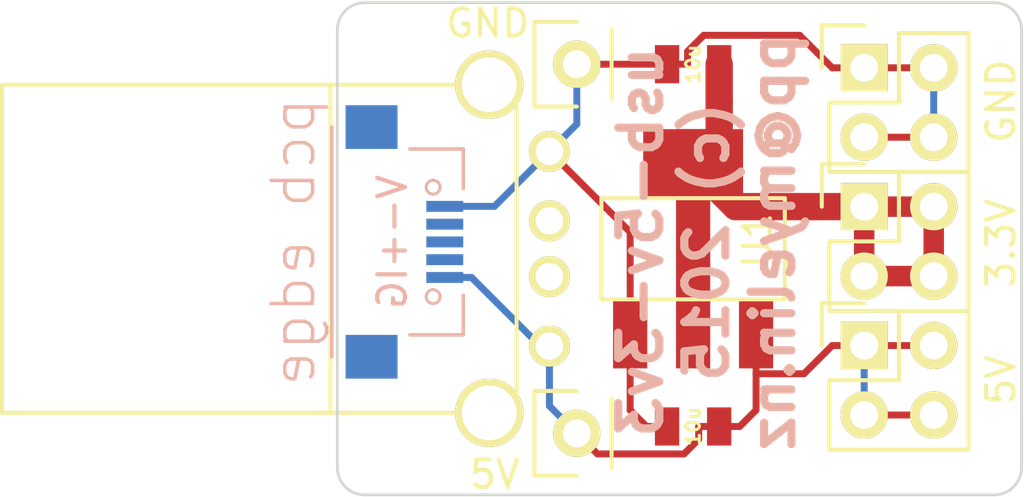
<source format=kicad_pcb>
(kicad_pcb (version 20171130) (host pcbnew "(5.1.12)-1")

  (general
    (thickness 1.6)
    (drawings 9)
    (tracks 52)
    (zones 0)
    (modules 10)
    (nets 9)
  )

  (page A4)
  (layers
    (0 F.Cu signal)
    (31 B.Cu signal hide)
    (32 B.Adhes user)
    (33 F.Adhes user)
    (34 B.Paste user)
    (35 F.Paste user)
    (36 B.SilkS user)
    (37 F.SilkS user)
    (38 B.Mask user)
    (39 F.Mask user)
    (40 Dwgs.User user)
    (41 Cmts.User user)
    (42 Eco1.User user)
    (43 Eco2.User user)
    (44 Edge.Cuts user)
    (45 Margin user)
    (46 B.CrtYd user)
    (47 F.CrtYd user)
    (48 B.Fab user)
    (49 F.Fab user)
  )

  (setup
    (last_trace_width 0.254)
    (user_trace_width 0.254)
    (user_trace_width 0.5)
    (user_trace_width 0.75)
    (user_trace_width 1)
    (user_trace_width 1.5)
    (trace_clearance 0.1778)
    (zone_clearance 0.3048)
    (zone_45_only no)
    (trace_min 0.254)
    (via_size 0.889)
    (via_drill 0.635)
    (via_min_size 0.889)
    (via_min_drill 0.508)
    (uvia_size 0.508)
    (uvia_drill 0.127)
    (uvias_allowed no)
    (uvia_min_size 0.508)
    (uvia_min_drill 0.127)
    (edge_width 0.1)
    (segment_width 0.2)
    (pcb_text_width 0.3)
    (pcb_text_size 1.5 1.5)
    (mod_edge_width 0.15)
    (mod_text_size 1 1)
    (mod_text_width 0.15)
    (pad_size 1.7272 1.7272)
    (pad_drill 1.016)
    (pad_to_mask_clearance 0)
    (aux_axis_origin 0 0)
    (visible_elements 7FFFFF7F)
    (pcbplotparams
      (layerselection 0x010fc_80000001)
      (usegerberextensions true)
      (usegerberattributes true)
      (usegerberadvancedattributes true)
      (creategerberjobfile true)
      (excludeedgelayer true)
      (linewidth 0.100000)
      (plotframeref false)
      (viasonmask false)
      (mode 1)
      (useauxorigin false)
      (hpglpennumber 1)
      (hpglpenspeed 20)
      (hpglpendiameter 15.000000)
      (psnegative false)
      (psa4output false)
      (plotreference true)
      (plotvalue true)
      (plotinvisibletext false)
      (padsonsilk false)
      (subtractmaskfromsilk false)
      (outputformat 1)
      (mirror false)
      (drillshape 0)
      (scaleselection 1)
      (outputdirectory "gerbers/"))
  )

  (net 0 "")
  (net 1 /vbus)
  (net 2 /gnd)
  (net 3 /3v3)
  (net 4 "Net-(CON1-Pad2)")
  (net 5 "Net-(CON1-Pad3)")
  (net 6 "Net-(CON2-Pad3)")
  (net 7 "Net-(CON2-Pad4)")
  (net 8 "Net-(CON2-Pad2)")

  (net_class Default "This is the default net class."
    (clearance 0.1778)
    (trace_width 0.254)
    (via_dia 0.889)
    (via_drill 0.635)
    (uvia_dia 0.508)
    (uvia_drill 0.127)
    (add_net /3v3)
    (add_net /gnd)
    (add_net /vbus)
    (add_net "Net-(CON1-Pad2)")
    (add_net "Net-(CON1-Pad3)")
    (add_net "Net-(CON2-Pad2)")
    (add_net "Net-(CON2-Pad3)")
    (add_net "Net-(CON2-Pad4)")
  )

  (module myelin-kicad:SM0805_NOSILKSCREEN (layer F.Cu) (tedit 54921587) (tstamp 551CCC1D)
    (at 128.25 109 180)
    (descr "Kicad SM0805 module with less annoying silkscreen -- by Phillip Pearson")
    (path /551CC528)
    (attr smd)
    (fp_text reference C1 (at 0 -1.3 180) (layer F.SilkS) hide
      (effects (font (size 0.50038 0.50038) (thickness 0.10922)))
    )
    (fp_text value 10u (at 0 0 270) (layer F.SilkS)
      (effects (font (size 0.50038 0.50038) (thickness 0.10922)))
    )
    (pad 1 smd rect (at -0.9525 0 180) (size 0.889 1.397) (layers F.Cu F.Paste F.Mask)
      (net 1 /vbus))
    (pad 2 smd rect (at 0.9525 0 180) (size 0.889 1.397) (layers F.Cu F.Paste F.Mask)
      (net 2 /gnd))
    (model smd/chip_cms.wrl
      (at (xyz 0 0 0))
      (scale (xyz 0.1 0.1 0.1))
      (rotate (xyz 0 0 0))
    )
  )

  (module myelin-kicad:SM0805_NOSILKSCREEN (layer F.Cu) (tedit 54921587) (tstamp 551CCC23)
    (at 128.25 95.75 180)
    (descr "Kicad SM0805 module with less annoying silkscreen -- by Phillip Pearson")
    (path /551CC59D)
    (attr smd)
    (fp_text reference C2 (at 0 -1.3 180) (layer F.SilkS) hide
      (effects (font (size 0.50038 0.50038) (thickness 0.10922)))
    )
    (fp_text value 10u (at 0 0 270) (layer F.SilkS)
      (effects (font (size 0.50038 0.50038) (thickness 0.10922)))
    )
    (pad 1 smd rect (at -0.9525 0 180) (size 0.889 1.397) (layers F.Cu F.Paste F.Mask)
      (net 3 /3v3))
    (pad 2 smd rect (at 0.9525 0 180) (size 0.889 1.397) (layers F.Cu F.Paste F.Mask)
      (net 2 /gnd))
    (model smd/chip_cms.wrl
      (at (xyz 0 0 0))
      (scale (xyz 0.1 0.1 0.1))
      (rotate (xyz 0 0 0))
    )
  )

  (module myelin-kicad:USB_A_THRU_HOLE (layer F.Cu) (tedit 551CD54F) (tstamp 551CCC2D)
    (at 115 102.5 270)
    (path /551CC3CC)
    (fp_text reference CON1 (at 0 -1.9 270) (layer F.SilkS) hide
      (effects (font (size 1.5 1.5) (thickness 0.15)))
    )
    (fp_text value usb_plug (at 0 -5 270) (layer F.SilkS) hide
      (effects (font (size 1.5 1.5) (thickness 0.15)))
    )
    (fp_line (start 6 0) (end 6 12) (layer F.SilkS) (width 0.15))
    (fp_line (start -6 0) (end 6 0) (layer F.SilkS) (width 0.15))
    (fp_line (start -6 12) (end -6 0) (layer F.SilkS) (width 0.15))
    (fp_line (start 6 12) (end -6 12) (layer F.SilkS) (width 0.15))
    (fp_line (start -6 -6.8) (end -6 0) (layer F.SilkS) (width 0.15))
    (fp_line (start 6 -6.8) (end -6 -6.8) (layer F.SilkS) (width 0.15))
    (fp_line (start 6 0) (end 6 -6.8) (layer F.SilkS) (width 0.15))
    (pad 1 thru_hole circle (at 3.56 -8 90) (size 1.5 1.5) (drill 1) (layers *.Cu *.Mask F.SilkS)
      (net 1 /vbus))
    (pad 2 thru_hole circle (at 1.02 -8 90) (size 1.5 1.5) (drill 1) (layers *.Cu *.Mask F.SilkS)
      (net 4 "Net-(CON1-Pad2)"))
    (pad 3 thru_hole circle (at -1.02 -8 90) (size 1.5 1.5) (drill 1) (layers *.Cu *.Mask F.SilkS)
      (net 5 "Net-(CON1-Pad3)"))
    (pad 4 thru_hole circle (at -3.56 -8 90) (size 1.5 1.5) (drill 1) (layers *.Cu *.Mask F.SilkS)
      (net 2 /gnd))
    (pad "" thru_hole circle (at 6 -5.8 90) (size 2.5 2.5) (drill 2) (layers *.Cu *.Mask F.SilkS))
    (pad "" thru_hole circle (at -6 -5.8 90) (size 2.5 2.5) (drill 2) (layers *.Cu *.Mask F.SilkS))
  )

  (module myelin-kicad:micro_usb_b_smd_bottom_mount (layer B.Cu) (tedit 551CD542) (tstamp 551CCC3A)
    (at 116.5 102.25 90)
    (descr "micro usb b connector -- designed to go on the bottom of the pcb -- Phillip Pearson")
    (path /551CC4A1)
    (fp_text reference CON2 (at 0.2 -4.95 90) (layer B.SilkS) hide
      (effects (font (size 1.524 1.524) (thickness 0.3048)) (justify mirror))
    )
    (fp_text value micro_usb_socket (at 0.65 -8.9 90) (layer B.SilkS) hide
      (effects (font (size 1.524 1.524) (thickness 0.3048)) (justify mirror))
    )
    (fp_line (start -3.4 3.35) (end -3.4 1.4) (layer B.SilkS) (width 0.13))
    (fp_line (start -1.95 3.35) (end -3.4 3.35) (layer B.SilkS) (width 0.13))
    (fp_line (start 3.4 3.35) (end 3.4 1.4) (layer B.SilkS) (width 0.13))
    (fp_line (start 1.95 3.35) (end 3.4 3.35) (layer B.SilkS) (width 0.13))
    (fp_line (start -4.2 -1.45) (end 4.2 -1.45) (layer B.SilkS) (width 0.13))
    (fp_text user V-+IG (at 0 0.762 90) (layer B.SilkS)
      (effects (font (size 1.016 1.016) (thickness 0.1524)) (justify mirror))
    )
    (fp_text user "pcb edge" (at 0 -2.85 90) (layer B.SilkS)
      (effects (font (size 1.524 1.524) (thickness 0.127)) (justify mirror))
    )
    (pad "" smd rect (at -4.2 0 90) (size 1.6 1.9) (layers B.Cu B.Paste B.Mask))
    (pad "" smd rect (at 4.2 0 90) (size 1.6 1.9) (layers B.Cu B.Paste B.Mask))
    (pad 3 smd rect (at 0 2.675 90) (size 0.4 1.35) (layers B.Cu B.Paste B.Mask)
      (net 6 "Net-(CON2-Pad3)"))
    (pad 4 smd rect (at 0.65 2.675 90) (size 0.4 1.35) (layers B.Cu B.Paste B.Mask)
      (net 7 "Net-(CON2-Pad4)"))
    (pad 5 smd rect (at 1.3 2.675 90) (size 0.4 1.35) (layers B.Cu B.Paste B.Mask)
      (net 2 /gnd))
    (pad 2 smd rect (at -0.65 2.675 90) (size 0.4 1.35) (layers B.Cu B.Paste B.Mask)
      (net 8 "Net-(CON2-Pad2)"))
    (pad 1 smd rect (at -1.3 2.675 90) (size 0.4 1.35) (layers B.Cu B.Paste B.Mask)
      (net 1 /vbus))
    (pad "" thru_hole circle (at -2 2.25 90) (size 0.6 0.6) (drill 0.4) (layers *.Cu *.Mask B.SilkS))
    (pad "" thru_hole circle (at 2 2.25 90) (size 0.6 0.6) (drill 0.4) (layers *.Cu *.Mask B.SilkS))
  )

  (module Socket_Strips:Socket_Strip_Straight_2x02 (layer F.Cu) (tedit 551CD2C7) (tstamp 551CCC42)
    (at 134.5 106.04)
    (descr "Through hole socket strip")
    (tags "socket strip")
    (path /551CC73C)
    (fp_text reference P1 (at 12.5 1.76) (layer F.SilkS) hide
      (effects (font (size 1 1) (thickness 0.15)))
    )
    (fp_text value 5V (at 5 1.26 90) (layer F.SilkS)
      (effects (font (size 1 1) (thickness 0.15)))
    )
    (fp_line (start 3.81 -1.27) (end 1.27 -1.27) (layer F.SilkS) (width 0.15))
    (fp_line (start 3.81 3.81) (end 3.81 -1.27) (layer F.SilkS) (width 0.15))
    (fp_line (start -1.27 3.81) (end 3.81 3.81) (layer F.SilkS) (width 0.15))
    (fp_line (start -1.27 1.27) (end -1.27 3.81) (layer F.SilkS) (width 0.15))
    (fp_line (start 1.27 1.27) (end -1.27 1.27) (layer F.SilkS) (width 0.15))
    (fp_line (start 1.27 -1.27) (end 1.27 1.27) (layer F.SilkS) (width 0.15))
    (fp_line (start 0 -1.55) (end -1.55 -1.55) (layer F.SilkS) (width 0.15))
    (fp_line (start 0 -1.55) (end -1.55 -1.55) (layer F.SilkS) (width 0.15))
    (fp_line (start -1.75 4.3) (end 4.3 4.3) (layer F.CrtYd) (width 0.05))
    (fp_line (start -1.75 -1.75) (end 4.3 -1.75) (layer F.CrtYd) (width 0.05))
    (fp_line (start 4.3 -1.75) (end 4.3 4.3) (layer F.CrtYd) (width 0.05))
    (fp_line (start -1.75 -1.75) (end -1.75 4.3) (layer F.CrtYd) (width 0.05))
    (fp_line (start -1.55 -1.55) (end -1.55 0) (layer F.SilkS) (width 0.15))
    (pad 1 thru_hole rect (at 0 0) (size 1.7272 1.7272) (drill 1.016) (layers *.Cu *.Mask F.SilkS)
      (net 1 /vbus))
    (pad 2 thru_hole oval (at 0 2.54) (size 1.7272 1.7272) (drill 1.016) (layers *.Cu *.Mask F.SilkS)
      (net 1 /vbus))
    (pad 3 thru_hole oval (at 2.54 0) (size 1.7272 1.7272) (drill 1.016) (layers *.Cu *.Mask F.SilkS)
      (net 1 /vbus))
    (pad 4 thru_hole oval (at 2.54 2.54) (size 1.7272 1.7272) (drill 1.016) (layers *.Cu *.Mask F.SilkS)
      (net 1 /vbus))
    (model Socket_Strips.3dshapes/Socket_Strip_Straight_2x02.wrl
      (offset (xyz 1.269999980926514 -1.269999980926514 0))
      (scale (xyz 1 1 1))
      (rotate (xyz 0 0 180))
    )
  )

  (module Socket_Strips:Socket_Strip_Straight_2x02 (layer F.Cu) (tedit 551CD2C5) (tstamp 551CCC4A)
    (at 134.5 100.96)
    (descr "Through hole socket strip")
    (tags "socket strip")
    (path /551CC665)
    (fp_text reference P2 (at 12.3 1.44) (layer F.SilkS) hide
      (effects (font (size 1 1) (thickness 0.15)))
    )
    (fp_text value 3.3V (at 5 1.34 90) (layer F.SilkS)
      (effects (font (size 1 1) (thickness 0.15)))
    )
    (fp_line (start 3.81 -1.27) (end 1.27 -1.27) (layer F.SilkS) (width 0.15))
    (fp_line (start 3.81 3.81) (end 3.81 -1.27) (layer F.SilkS) (width 0.15))
    (fp_line (start -1.27 3.81) (end 3.81 3.81) (layer F.SilkS) (width 0.15))
    (fp_line (start -1.27 1.27) (end -1.27 3.81) (layer F.SilkS) (width 0.15))
    (fp_line (start 1.27 1.27) (end -1.27 1.27) (layer F.SilkS) (width 0.15))
    (fp_line (start 1.27 -1.27) (end 1.27 1.27) (layer F.SilkS) (width 0.15))
    (fp_line (start 0 -1.55) (end -1.55 -1.55) (layer F.SilkS) (width 0.15))
    (fp_line (start 0 -1.55) (end -1.55 -1.55) (layer F.SilkS) (width 0.15))
    (fp_line (start -1.75 4.3) (end 4.3 4.3) (layer F.CrtYd) (width 0.05))
    (fp_line (start -1.75 -1.75) (end 4.3 -1.75) (layer F.CrtYd) (width 0.05))
    (fp_line (start 4.3 -1.75) (end 4.3 4.3) (layer F.CrtYd) (width 0.05))
    (fp_line (start -1.75 -1.75) (end -1.75 4.3) (layer F.CrtYd) (width 0.05))
    (fp_line (start -1.55 -1.55) (end -1.55 0) (layer F.SilkS) (width 0.15))
    (pad 1 thru_hole rect (at 0 0) (size 1.7272 1.7272) (drill 1.016) (layers *.Cu *.Mask F.SilkS)
      (net 3 /3v3))
    (pad 2 thru_hole oval (at 0 2.54) (size 1.7272 1.7272) (drill 1.016) (layers *.Cu *.Mask F.SilkS)
      (net 3 /3v3))
    (pad 3 thru_hole oval (at 2.54 0) (size 1.7272 1.7272) (drill 1.016) (layers *.Cu *.Mask F.SilkS)
      (net 3 /3v3))
    (pad 4 thru_hole oval (at 2.54 2.54) (size 1.7272 1.7272) (drill 1.016) (layers *.Cu *.Mask F.SilkS)
      (net 3 /3v3))
    (model Socket_Strips.3dshapes/Socket_Strip_Straight_2x02.wrl
      (offset (xyz 1.269999980926514 -1.269999980926514 0))
      (scale (xyz 1 1 1))
      (rotate (xyz 0 0 180))
    )
  )

  (module Socket_Strips:Socket_Strip_Straight_2x02 (layer F.Cu) (tedit 551CD2C4) (tstamp 551CCD21)
    (at 134.5 95.88)
    (descr "Through hole socket strip")
    (tags "socket strip")
    (path /551CC6A2)
    (fp_text reference P3 (at 11.5 1.32) (layer F.SilkS) hide
      (effects (font (size 1 1) (thickness 0.15)))
    )
    (fp_text value GND (at 5 1.22 90) (layer F.SilkS)
      (effects (font (size 1 1) (thickness 0.15)))
    )
    (fp_line (start 3.81 -1.27) (end 1.27 -1.27) (layer F.SilkS) (width 0.15))
    (fp_line (start 3.81 3.81) (end 3.81 -1.27) (layer F.SilkS) (width 0.15))
    (fp_line (start -1.27 3.81) (end 3.81 3.81) (layer F.SilkS) (width 0.15))
    (fp_line (start -1.27 1.27) (end -1.27 3.81) (layer F.SilkS) (width 0.15))
    (fp_line (start 1.27 1.27) (end -1.27 1.27) (layer F.SilkS) (width 0.15))
    (fp_line (start 1.27 -1.27) (end 1.27 1.27) (layer F.SilkS) (width 0.15))
    (fp_line (start 0 -1.55) (end -1.55 -1.55) (layer F.SilkS) (width 0.15))
    (fp_line (start 0 -1.55) (end -1.55 -1.55) (layer F.SilkS) (width 0.15))
    (fp_line (start -1.75 4.3) (end 4.3 4.3) (layer F.CrtYd) (width 0.05))
    (fp_line (start -1.75 -1.75) (end 4.3 -1.75) (layer F.CrtYd) (width 0.05))
    (fp_line (start 4.3 -1.75) (end 4.3 4.3) (layer F.CrtYd) (width 0.05))
    (fp_line (start -1.75 -1.75) (end -1.75 4.3) (layer F.CrtYd) (width 0.05))
    (fp_line (start -1.55 -1.55) (end -1.55 0) (layer F.SilkS) (width 0.15))
    (pad 1 thru_hole rect (at 0 0) (size 1.7272 1.7272) (drill 1.016) (layers *.Cu *.Mask F.SilkS)
      (net 2 /gnd))
    (pad 2 thru_hole oval (at 0 2.54) (size 1.7272 1.7272) (drill 1.016) (layers *.Cu *.Mask F.SilkS)
      (net 2 /gnd))
    (pad 3 thru_hole oval (at 2.54 0) (size 1.7272 1.7272) (drill 1.016) (layers *.Cu *.Mask F.SilkS)
      (net 2 /gnd))
    (pad 4 thru_hole oval (at 2.54 2.54) (size 1.7272 1.7272) (drill 1.016) (layers *.Cu *.Mask F.SilkS)
      (net 2 /gnd))
    (model Socket_Strips.3dshapes/Socket_Strip_Straight_2x02.wrl
      (offset (xyz 1.269999980926514 -1.269999980926514 0))
      (scale (xyz 1 1 1))
      (rotate (xyz 0 0 180))
    )
  )

  (module myelin-kicad:SOT-223-LDO-1117LV (layer F.Cu) (tedit 551CD2BD) (tstamp 551CCC5E)
    (at 128.25 102.5)
    (path /551CC4F8)
    (fp_text reference U1 (at 2.35 -0.3 90) (layer F.SilkS)
      (effects (font (size 1 1) (thickness 0.15)))
    )
    (fp_text value NCP1117ST33T3G (at 0.15 10.3 180) (layer F.SilkS) hide
      (effects (font (size 1 1) (thickness 0.15)))
    )
    (fp_line (start -3.35 1.85) (end 3.35 1.85) (layer F.SilkS) (width 0.15))
    (fp_line (start -3.35 1.85) (end -3.35 -1.85) (layer F.SilkS) (width 0.15))
    (fp_line (start -3.35 -1.85) (end 3.35 -1.85) (layer F.SilkS) (width 0.15))
    (fp_line (start 3.35 -1.85) (end 3.35 1.85) (layer F.SilkS) (width 0.15))
    (pad 1 smd rect (at -2.3 3.1) (size 1.25 2.55) (layers F.Cu F.Paste F.Mask)
      (net 2 /gnd))
    (pad 2 smd rect (at 0 0) (size 1.25 8.75) (layers F.Cu F.Paste F.Mask)
      (net 3 /3v3))
    (pad 3 smd rect (at 2.3 3.1) (size 1.25 2.55) (layers F.Cu F.Paste F.Mask)
      (net 1 /vbus))
    (pad 2 smd rect (at 0 -3.1) (size 3.65 2.55) (layers F.Cu F.Paste F.Mask)
      (net 3 /3v3))
  )

  (module Socket_Strips:Socket_Strip_Straight_1x01 (layer F.Cu) (tedit 551CD9EB) (tstamp 551CD8B5)
    (at 124 109.25)
    (descr "Through hole socket strip")
    (tags "socket strip")
    (path /551CD9A8)
    (fp_text reference P4 (at 0 -5.1) (layer F.SilkS) hide
      (effects (font (size 1 1) (thickness 0.15)))
    )
    (fp_text value 5V (at -3 1.5) (layer F.SilkS)
      (effects (font (size 1 1) (thickness 0.15)))
    )
    (fp_line (start -1.55 1.55) (end 0 1.55) (layer F.SilkS) (width 0.15))
    (fp_line (start -1.55 -1.55) (end -1.55 1.55) (layer F.SilkS) (width 0.15))
    (fp_line (start -1.55 -1.55) (end 0 -1.55) (layer F.SilkS) (width 0.15))
    (fp_line (start 1.27 1.27) (end 1.27 -1.27) (layer F.SilkS) (width 0.15))
    (fp_line (start -1.75 1.75) (end 1.75 1.75) (layer F.CrtYd) (width 0.05))
    (fp_line (start -1.75 -1.75) (end 1.75 -1.75) (layer F.CrtYd) (width 0.05))
    (fp_line (start 1.75 -1.75) (end 1.75 1.75) (layer F.CrtYd) (width 0.05))
    (fp_line (start -1.75 -1.75) (end -1.75 1.75) (layer F.CrtYd) (width 0.05))
    (pad 1 thru_hole circle (at 0 0) (size 1.7272 1.7272) (drill 1.016) (layers *.Cu *.Mask F.SilkS)
      (net 1 /vbus))
    (model Socket_Strips.3dshapes/Socket_Strip_Straight_1x01.wrl
      (at (xyz 0 0 0))
      (scale (xyz 1 1 1))
      (rotate (xyz 0 0 180))
    )
  )

  (module Socket_Strips:Socket_Strip_Straight_1x01 (layer F.Cu) (tedit 551CD9A6) (tstamp 551CD8BA)
    (at 124 95.75)
    (descr "Through hole socket strip")
    (tags "socket strip")
    (path /551CD8A3)
    (fp_text reference P5 (at 0 -5.1) (layer F.SilkS) hide
      (effects (font (size 1 1) (thickness 0.15)))
    )
    (fp_text value GND (at -3.25 -1.5 180) (layer F.SilkS)
      (effects (font (size 1 1) (thickness 0.15)))
    )
    (fp_line (start -1.55 1.55) (end 0 1.55) (layer F.SilkS) (width 0.15))
    (fp_line (start -1.55 -1.55) (end -1.55 1.55) (layer F.SilkS) (width 0.15))
    (fp_line (start -1.55 -1.55) (end 0 -1.55) (layer F.SilkS) (width 0.15))
    (fp_line (start 1.27 1.27) (end 1.27 -1.27) (layer F.SilkS) (width 0.15))
    (fp_line (start -1.75 1.75) (end 1.75 1.75) (layer F.CrtYd) (width 0.05))
    (fp_line (start -1.75 -1.75) (end 1.75 -1.75) (layer F.CrtYd) (width 0.05))
    (fp_line (start 1.75 -1.75) (end 1.75 1.75) (layer F.CrtYd) (width 0.05))
    (fp_line (start -1.75 -1.75) (end -1.75 1.75) (layer F.CrtYd) (width 0.05))
    (pad 1 thru_hole circle (at 0 0) (size 1.7272 1.7272) (drill 1.016) (layers *.Cu *.Mask F.SilkS)
      (net 2 /gnd))
    (model Socket_Strips.3dshapes/Socket_Strip_Straight_1x01.wrl
      (at (xyz 0 0 0))
      (scale (xyz 1 1 1))
      (rotate (xyz 0 0 180))
    )
  )

  (gr_text "usb-5v-3v3\n(c) 2015\npp@myelin.nz" (at 128.75 102.25 90) (layer B.SilkS)
    (effects (font (size 1.5 1.5) (thickness 0.3)) (justify mirror))
  )
  (gr_arc (start 139.25 110.5) (end 140.25 110.5) (angle 90) (layer Edge.Cuts) (width 0.1))
  (gr_arc (start 139.25 94.5) (end 139.25 93.5) (angle 90) (layer Edge.Cuts) (width 0.1))
  (gr_arc (start 116.25 94.5) (end 115.25 94.5) (angle 90) (layer Edge.Cuts) (width 0.1))
  (gr_arc (start 116.25 110.5) (end 116.25 111.5) (angle 90) (layer Edge.Cuts) (width 0.1))
  (gr_line (start 140.25 94.5) (end 140.25 110.5) (angle 90) (layer Edge.Cuts) (width 0.1))
  (gr_line (start 116.25 93.5) (end 139.25 93.5) (angle 90) (layer Edge.Cuts) (width 0.1))
  (gr_line (start 116.25 111.5) (end 139.25 111.5) (angle 90) (layer Edge.Cuts) (width 0.1))
  (gr_line (start 115.25 94.5) (end 115.25 110.5) (angle 90) (layer Edge.Cuts) (width 0.1))

  (segment (start 129.2025 109) (end 128.4531 109) (width 0.254) (layer F.Cu) (net 1))
  (segment (start 124 109.25) (end 124.7535 110.0035) (width 0.254) (layer F.Cu) (net 1))
  (segment (start 124.7535 110.0035) (end 127.918 110.0035) (width 0.254) (layer F.Cu) (net 1))
  (segment (start 127.918 110.0035) (end 128.4531 109.4684) (width 0.254) (layer F.Cu) (net 1))
  (segment (start 128.4531 109.4684) (end 128.4531 109) (width 0.254) (layer F.Cu) (net 1))
  (segment (start 119.175 103.55) (end 120.1549 103.55) (width 0.254) (layer B.Cu) (net 1))
  (segment (start 120.1549 103.55) (end 122.6649 106.06) (width 0.254) (layer B.Cu) (net 1))
  (segment (start 122.6649 106.06) (end 123 106.06) (width 0.254) (layer B.Cu) (net 1))
  (segment (start 124 109.25) (end 123 108.25) (width 0.254) (layer B.Cu) (net 1))
  (segment (start 123 108.25) (end 123 106.06) (width 0.254) (layer B.Cu) (net 1))
  (segment (start 130.55 107.0719) (end 132.2996 107.0719) (width 0.254) (layer F.Cu) (net 1))
  (segment (start 132.2996 107.0719) (end 133.3315 106.04) (width 0.254) (layer F.Cu) (net 1))
  (segment (start 129.2025 109) (end 129.9519 109) (width 0.254) (layer F.Cu) (net 1))
  (segment (start 130.55 107.0719) (end 130.55 108.4019) (width 0.254) (layer F.Cu) (net 1))
  (segment (start 130.55 108.4019) (end 129.9519 109) (width 0.254) (layer F.Cu) (net 1))
  (segment (start 130.55 105.6) (end 130.55 107.0719) (width 0.254) (layer F.Cu) (net 1))
  (segment (start 134.5 108.58) (end 134.5 106.04) (width 0.254) (layer B.Cu) (net 1))
  (segment (start 137.04 106.04) (end 134.5 106.04) (width 0.254) (layer F.Cu) (net 1))
  (segment (start 137.04 108.58) (end 134.5 108.58) (width 0.254) (layer F.Cu) (net 1))
  (segment (start 134.5 106.04) (end 133.3315 106.04) (width 0.254) (layer F.Cu) (net 1))
  (segment (start 123 98.94) (end 125.95 101.89) (width 0.254) (layer F.Cu) (net 2))
  (segment (start 125.95 101.89) (end 125.95 105.6) (width 0.254) (layer F.Cu) (net 2))
  (segment (start 123 98.94) (end 124 97.94) (width 0.254) (layer B.Cu) (net 2))
  (segment (start 124 97.94) (end 124 95.75) (width 0.254) (layer B.Cu) (net 2))
  (segment (start 119.175 100.95) (end 120.99 100.95) (width 0.254) (layer B.Cu) (net 2))
  (segment (start 120.99 100.95) (end 123 98.94) (width 0.254) (layer B.Cu) (net 2))
  (segment (start 127.2975 95.75) (end 128.0469 95.75) (width 0.254) (layer F.Cu) (net 2))
  (segment (start 134.5 95.88) (end 133.3315 95.88) (width 0.254) (layer F.Cu) (net 2))
  (segment (start 133.3315 95.88) (end 132.1445 94.693) (width 0.254) (layer F.Cu) (net 2))
  (segment (start 132.1445 94.693) (end 128.6355 94.693) (width 0.254) (layer F.Cu) (net 2))
  (segment (start 128.6355 94.693) (end 128.0469 95.2816) (width 0.254) (layer F.Cu) (net 2))
  (segment (start 128.0469 95.2816) (end 128.0469 95.75) (width 0.254) (layer F.Cu) (net 2))
  (segment (start 137.04 95.88) (end 134.5 95.88) (width 0.254) (layer F.Cu) (net 2))
  (segment (start 137.04 98.42) (end 137.04 95.88) (width 0.254) (layer B.Cu) (net 2))
  (segment (start 137.04 98.42) (end 134.5 98.42) (width 0.254) (layer F.Cu) (net 2))
  (segment (start 127.2975 109) (end 126.5481 109) (width 0.254) (layer F.Cu) (net 2))
  (segment (start 125.95 105.6) (end 125.95 108.4019) (width 0.254) (layer F.Cu) (net 2))
  (segment (start 125.95 108.4019) (end 126.5481 109) (width 0.254) (layer F.Cu) (net 2))
  (segment (start 124 95.75) (end 127.2975 95.75) (width 0.254) (layer F.Cu) (net 2))
  (segment (start 129.202 97.0987) (end 129.2025 97.0982) (width 0.254) (layer F.Cu) (net 3))
  (segment (start 129.2025 97.0982) (end 129.2025 95.75) (width 0.254) (layer F.Cu) (net 3))
  (segment (start 129.202 97.0987) (end 129.202 98.4475) (width 1) (layer F.Cu) (net 3))
  (segment (start 129.202 98.4475) (end 128.25 99.4) (width 1) (layer F.Cu) (net 3))
  (segment (start 129.202 95.75) (end 129.202 97.0987) (width 1) (layer F.Cu) (net 3))
  (segment (start 137.04 100.96) (end 134.5 100.96) (width 0.75) (layer F.Cu) (net 3))
  (segment (start 137.04 103.5) (end 137.04 100.96) (width 0.75) (layer F.Cu) (net 3))
  (segment (start 134.5 100.96) (end 134.5 103.5) (width 0.75) (layer F.Cu) (net 3))
  (segment (start 134.5 103.5) (end 137.04 103.5) (width 0.75) (layer F.Cu) (net 3))
  (segment (start 134.5 100.96) (end 129.81 100.96) (width 1) (layer F.Cu) (net 3))
  (segment (start 129.81 100.96) (end 128.25 99.4) (width 1) (layer F.Cu) (net 3))
  (segment (start 128.25 99.4) (end 128.25 102.5) (width 1) (layer F.Cu) (net 3))
  (segment (start 128.25 99.4) (end 128.25 102.5) (width 1) (layer F.Cu) (net 3))

)

</source>
